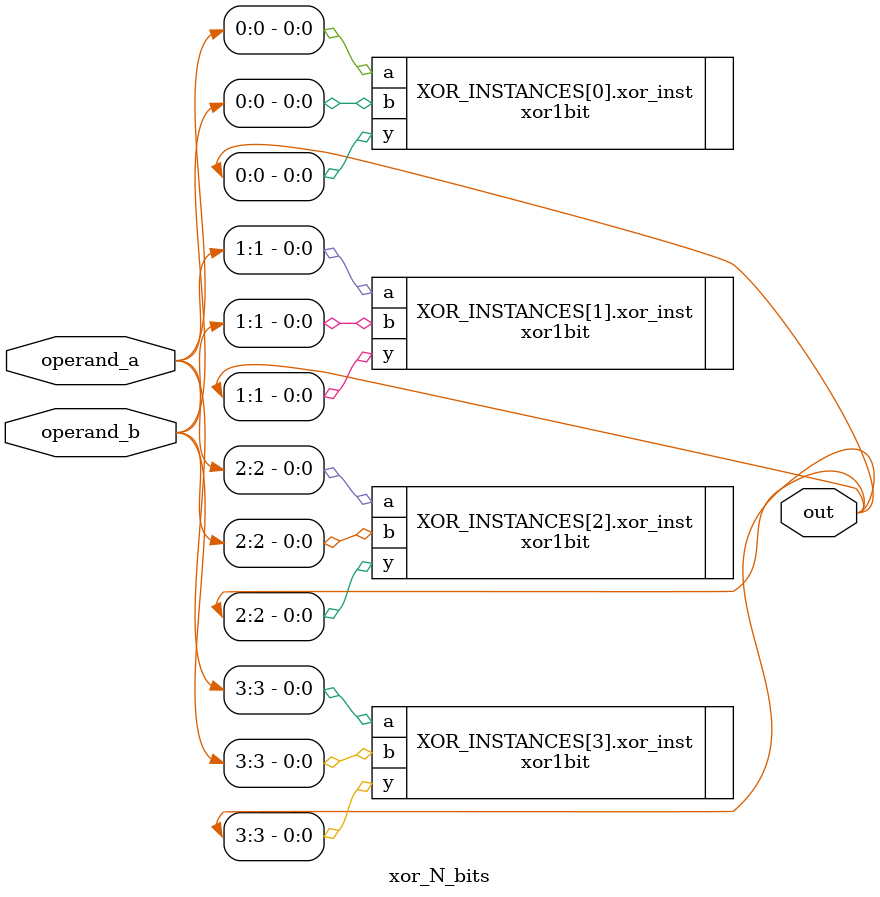
<source format=sv>
module xor_N_bits #(parameter N = 4) (
	input logic [N-1:0] operand_a,
	input logic [N-1:0] operand_b,
	output logic [N-1:0] out
);
	genvar i;
	generate
		for (i = 0; i < N; i = i + 1) begin : XOR_INSTANCES
			xor1bit xor_inst (
				.a(operand_a[i]),
				.b(operand_b[i]),
				.y(out[i])
			);
		end
	endgenerate
endmodule
</source>
